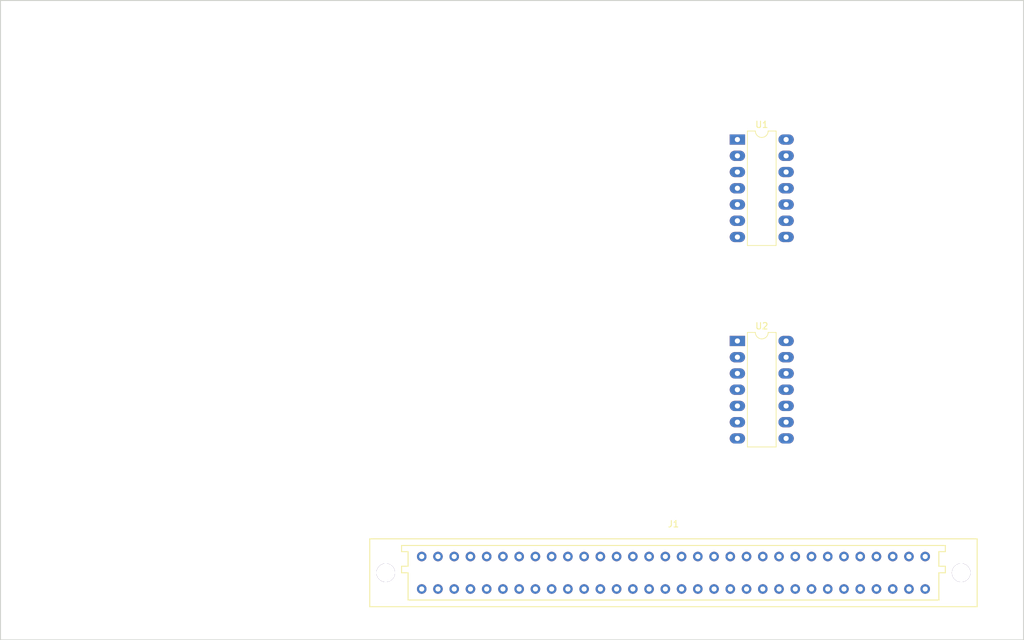
<source format=kicad_pcb>
(kicad_pcb (version 4) (host pcbnew 4.0.7)

  (general
    (links 3)
    (no_connects 3)
    (area 33.924999 27.674999 194.075001 127.825001)
    (thickness 1.6)
    (drawings 4)
    (tracks 0)
    (zones 0)
    (modules 3)
    (nets 4)
  )

  (page A4)
  (layers
    (0 F.Cu signal)
    (31 B.Cu signal)
    (32 B.Adhes user)
    (33 F.Adhes user)
    (34 B.Paste user)
    (35 F.Paste user)
    (36 B.SilkS user)
    (37 F.SilkS user)
    (38 B.Mask user)
    (39 F.Mask user)
    (40 Dwgs.User user)
    (41 Cmts.User user)
    (42 Eco1.User user)
    (43 Eco2.User user)
    (44 Edge.Cuts user)
    (45 Margin user)
    (46 B.CrtYd user)
    (47 F.CrtYd user)
    (48 B.Fab user)
    (49 F.Fab user)
  )

  (setup
    (last_trace_width 0.25)
    (trace_clearance 0.2)
    (zone_clearance 0.508)
    (zone_45_only no)
    (trace_min 0.2)
    (segment_width 0.2)
    (edge_width 0.15)
    (via_size 0.6)
    (via_drill 0.4)
    (via_min_size 0.4)
    (via_min_drill 0.3)
    (uvia_size 0.3)
    (uvia_drill 0.1)
    (uvias_allowed no)
    (uvia_min_size 0.2)
    (uvia_min_drill 0.1)
    (pcb_text_width 0.3)
    (pcb_text_size 1.5 1.5)
    (mod_edge_width 0.15)
    (mod_text_size 1 1)
    (mod_text_width 0.15)
    (pad_size 1.524 1.524)
    (pad_drill 0.762)
    (pad_to_mask_clearance 0.2)
    (aux_axis_origin 0 0)
    (visible_elements 7FFFFFFF)
    (pcbplotparams
      (layerselection 0x00030_80000001)
      (usegerberextensions false)
      (excludeedgelayer true)
      (linewidth 0.100000)
      (plotframeref false)
      (viasonmask false)
      (mode 1)
      (useauxorigin false)
      (hpglpennumber 1)
      (hpglpenspeed 20)
      (hpglpendiameter 15)
      (hpglpenoverlay 2)
      (psnegative false)
      (psa4output false)
      (plotreference true)
      (plotvalue true)
      (plotinvisibletext false)
      (padsonsilk false)
      (subtractmaskfromsilk false)
      (outputformat 1)
      (mirror false)
      (drillshape 1)
      (scaleselection 1)
      (outputdirectory ""))
  )

  (net 0 "")
  (net 1 VSS)
  (net 2 VDD)
  (net 3 "Net-(U1-Pad11)")

  (net_class Default "Dies ist die voreingestellte Netzklasse."
    (clearance 0.2)
    (trace_width 0.25)
    (via_dia 0.6)
    (via_drill 0.4)
    (uvia_dia 0.3)
    (uvia_drill 0.1)
    (add_net "Net-(U1-Pad11)")
    (add_net VDD)
    (add_net VSS)
  )

  (module Connectors_IEC_DIN:Socket_DIN41612-CaseC1-AC-Female-64Pin-2rows (layer F.Cu) (tedit 0) (tstamp 69D2B647)
    (at 139.25 117.25)
    (path /69D2AE93)
    (fp_text reference J1 (at 0 -7.62) (layer F.SilkS)
      (effects (font (size 1 1) (thickness 0.15)))
    )
    (fp_text value C64AC (at 0 7.62) (layer F.Fab)
      (effects (font (size 1 1) (thickness 0.15)))
    )
    (fp_line (start 47.498 -5.3086) (end -47.498 -5.3086) (layer F.SilkS) (width 0.15))
    (fp_line (start -47.498 -5.3086) (end -47.498 5.3086) (layer F.SilkS) (width 0.15))
    (fp_line (start -47.498 5.3086) (end 47.498 5.3086) (layer F.SilkS) (width 0.15))
    (fp_line (start 47.498 5.3086) (end 47.498 -5.3086) (layer F.SilkS) (width 0.15))
    (fp_line (start -41.5036 4.2672) (end 41.5544 4.2672) (layer F.SilkS) (width 0.15))
    (fp_line (start -41.5036 4.2672) (end -41.5036 0) (layer F.SilkS) (width 0.15))
    (fp_line (start -41.5036 0) (end -42.5196 0) (layer F.SilkS) (width 0.15))
    (fp_line (start -42.5196 0) (end -42.5196 -1.016) (layer F.SilkS) (width 0.15))
    (fp_line (start -42.5196 -1.016) (end -41.5036 -1.016) (layer F.SilkS) (width 0.15))
    (fp_line (start -41.5036 -1.016) (end -41.5036 -3.302) (layer F.SilkS) (width 0.15))
    (fp_line (start -41.5036 -3.302) (end -42.5196 -3.302) (layer F.SilkS) (width 0.15))
    (fp_line (start -42.5196 -3.302) (end -42.5196 -4.2672) (layer F.SilkS) (width 0.15))
    (fp_line (start 41.5036 4.2672) (end 41.5036 0) (layer F.SilkS) (width 0.15))
    (fp_line (start 41.5036 0) (end 42.5196 0) (layer F.SilkS) (width 0.15))
    (fp_line (start 42.5196 0) (end 42.5196 -1.016) (layer F.SilkS) (width 0.15))
    (fp_line (start 42.5196 -1.016) (end 41.5036 -1.016) (layer F.SilkS) (width 0.15))
    (fp_line (start 41.5036 -1.016) (end 41.5036 -3.302) (layer F.SilkS) (width 0.15))
    (fp_line (start 41.5036 -3.302) (end 42.5196 -3.302) (layer F.SilkS) (width 0.15))
    (fp_line (start 42.5196 -3.302) (end 42.5196 -4.2672) (layer F.SilkS) (width 0.15))
    (fp_line (start 42.5196 -4.2672) (end -42.5196 -4.2672) (layer F.SilkS) (width 0.15))
    (pad 1c thru_hole circle (at 39.37 2.54 180) (size 1.50114 1.50114) (drill 0.8001) (layers *.Cu *.Mask))
    (pad 2c thru_hole circle (at 36.83 2.54 180) (size 1.50114 1.50114) (drill 0.8001) (layers *.Cu *.Mask))
    (pad 4c thru_hole circle (at 31.75 2.54 180) (size 1.50114 1.50114) (drill 0.8001) (layers *.Cu *.Mask))
    (pad 3c thru_hole circle (at 34.29 2.54 180) (size 1.50114 1.50114) (drill 0.8001) (layers *.Cu *.Mask))
    (pad 5c thru_hole circle (at 29.21 2.54 180) (size 1.50114 1.50114) (drill 0.8001) (layers *.Cu *.Mask))
    (pad 6c thru_hole circle (at 26.67 2.54 180) (size 1.50114 1.50114) (drill 0.8001) (layers *.Cu *.Mask))
    (pad 7c thru_hole circle (at 24.13 2.54 180) (size 1.50114 1.50114) (drill 0.8001) (layers *.Cu *.Mask))
    (pad 8c thru_hole circle (at 21.59 2.54 180) (size 1.50114 1.50114) (drill 0.8001) (layers *.Cu *.Mask))
    (pad 9c thru_hole circle (at 19.05 2.54 180) (size 1.50114 1.50114) (drill 0.8001) (layers *.Cu *.Mask))
    (pad 10c thru_hole circle (at 16.51 2.54 180) (size 1.50114 1.50114) (drill 0.8001) (layers *.Cu *.Mask))
    (pad 11c thru_hole circle (at 13.97 2.54 180) (size 1.50114 1.50114) (drill 0.8001) (layers *.Cu *.Mask))
    (pad 12c thru_hole circle (at 11.43 2.54 180) (size 1.50114 1.50114) (drill 0.8001) (layers *.Cu *.Mask))
    (pad 13c thru_hole circle (at 8.89 2.54 180) (size 1.50114 1.50114) (drill 0.8001) (layers *.Cu *.Mask))
    (pad 14c thru_hole circle (at 6.35 2.54 180) (size 1.50114 1.50114) (drill 0.8001) (layers *.Cu *.Mask))
    (pad 15c thru_hole circle (at 3.81 2.54 180) (size 1.50114 1.50114) (drill 0.8001) (layers *.Cu *.Mask))
    (pad 16c thru_hole circle (at 1.27 2.54 180) (size 1.50114 1.50114) (drill 0.8001) (layers *.Cu *.Mask))
    (pad 17c thru_hole circle (at -1.27 2.54 180) (size 1.50114 1.50114) (drill 0.8001) (layers *.Cu *.Mask))
    (pad 18c thru_hole circle (at -3.81 2.54 180) (size 1.50114 1.50114) (drill 0.8001) (layers *.Cu *.Mask))
    (pad 19c thru_hole circle (at -6.35 2.54 180) (size 1.50114 1.50114) (drill 0.8001) (layers *.Cu *.Mask))
    (pad 20c thru_hole circle (at -8.89 2.54 180) (size 1.50114 1.50114) (drill 0.8001) (layers *.Cu *.Mask))
    (pad 21c thru_hole circle (at -11.43 2.54 180) (size 1.50114 1.50114) (drill 0.8001) (layers *.Cu *.Mask))
    (pad 22c thru_hole circle (at -13.97 2.54 180) (size 1.50114 1.50114) (drill 0.8001) (layers *.Cu *.Mask))
    (pad 23c thru_hole circle (at -16.51 2.54 180) (size 1.50114 1.50114) (drill 0.8001) (layers *.Cu *.Mask))
    (pad 24c thru_hole circle (at -19.05 2.54 180) (size 1.50114 1.50114) (drill 0.8001) (layers *.Cu *.Mask))
    (pad 25c thru_hole circle (at -21.59 2.54 180) (size 1.50114 1.50114) (drill 0.8001) (layers *.Cu *.Mask))
    (pad 26c thru_hole circle (at -24.13 2.54 180) (size 1.50114 1.50114) (drill 0.8001) (layers *.Cu *.Mask))
    (pad 27c thru_hole circle (at -26.67 2.54 180) (size 1.50114 1.50114) (drill 0.8001) (layers *.Cu *.Mask))
    (pad 28c thru_hole circle (at -29.21 2.54 180) (size 1.50114 1.50114) (drill 0.8001) (layers *.Cu *.Mask))
    (pad 29c thru_hole circle (at -31.75 2.54 180) (size 1.50114 1.50114) (drill 0.8001) (layers *.Cu *.Mask))
    (pad 30c thru_hole circle (at -34.29 2.54 180) (size 1.50114 1.50114) (drill 0.8001) (layers *.Cu *.Mask))
    (pad 31c thru_hole circle (at -36.83 2.54 180) (size 1.50114 1.50114) (drill 0.8001) (layers *.Cu *.Mask))
    (pad 32c thru_hole circle (at -39.37 2.54 180) (size 1.50114 1.50114) (drill 0.8001) (layers *.Cu *.Mask))
    (pad 1a thru_hole circle (at 39.37 -2.54 180) (size 1.50114 1.50114) (drill 0.8001) (layers *.Cu *.Mask))
    (pad 2a thru_hole circle (at 36.83 -2.54 180) (size 1.50114 1.50114) (drill 0.8001) (layers *.Cu *.Mask))
    (pad 4a thru_hole circle (at 31.75 -2.54 180) (size 1.50114 1.50114) (drill 0.8001) (layers *.Cu *.Mask))
    (pad 3a thru_hole circle (at 34.29 -2.54 180) (size 1.50114 1.50114) (drill 0.8001) (layers *.Cu *.Mask))
    (pad 5a thru_hole circle (at 29.21 -2.54 180) (size 1.50114 1.50114) (drill 0.8001) (layers *.Cu *.Mask))
    (pad 6a thru_hole circle (at 26.67 -2.54 180) (size 1.50114 1.50114) (drill 0.8001) (layers *.Cu *.Mask))
    (pad 7a thru_hole circle (at 24.13 -2.54 180) (size 1.50114 1.50114) (drill 0.8001) (layers *.Cu *.Mask))
    (pad 8a thru_hole circle (at 21.59 -2.54 180) (size 1.50114 1.50114) (drill 0.8001) (layers *.Cu *.Mask))
    (pad 9a thru_hole circle (at 19.05 -2.54 180) (size 1.50114 1.50114) (drill 0.8001) (layers *.Cu *.Mask))
    (pad 10a thru_hole circle (at 16.51 -2.54 180) (size 1.50114 1.50114) (drill 0.8001) (layers *.Cu *.Mask))
    (pad 11a thru_hole circle (at 13.97 -2.54 180) (size 1.50114 1.50114) (drill 0.8001) (layers *.Cu *.Mask))
    (pad 12a thru_hole circle (at 11.43 -2.54 180) (size 1.50114 1.50114) (drill 0.8001) (layers *.Cu *.Mask))
    (pad 13a thru_hole circle (at 8.89 -2.54 180) (size 1.50114 1.50114) (drill 0.8001) (layers *.Cu *.Mask))
    (pad 14a thru_hole circle (at 6.35 -2.54 180) (size 1.50114 1.50114) (drill 0.8001) (layers *.Cu *.Mask))
    (pad 15a thru_hole circle (at 3.81 -2.54 180) (size 1.50114 1.50114) (drill 0.8001) (layers *.Cu *.Mask))
    (pad 16a thru_hole circle (at 1.27 -2.54 180) (size 1.50114 1.50114) (drill 0.8001) (layers *.Cu *.Mask))
    (pad 17a thru_hole circle (at -1.27 -2.54 180) (size 1.50114 1.50114) (drill 0.8001) (layers *.Cu *.Mask))
    (pad 18a thru_hole circle (at -3.81 -2.54 180) (size 1.50114 1.50114) (drill 0.8001) (layers *.Cu *.Mask))
    (pad 19a thru_hole circle (at -6.35 -2.54 180) (size 1.50114 1.50114) (drill 0.8001) (layers *.Cu *.Mask))
    (pad 20a thru_hole circle (at -8.89 -2.54 180) (size 1.50114 1.50114) (drill 0.8001) (layers *.Cu *.Mask))
    (pad 21a thru_hole circle (at -11.43 -2.54 180) (size 1.50114 1.50114) (drill 0.8001) (layers *.Cu *.Mask))
    (pad 22a thru_hole circle (at -13.97 -2.54 180) (size 1.50114 1.50114) (drill 0.8001) (layers *.Cu *.Mask))
    (pad 23a thru_hole circle (at -16.51 -2.54 180) (size 1.50114 1.50114) (drill 0.8001) (layers *.Cu *.Mask))
    (pad 24a thru_hole circle (at -19.05 -2.54 180) (size 1.50114 1.50114) (drill 0.8001) (layers *.Cu *.Mask))
    (pad 25a thru_hole circle (at -21.59 -2.54 180) (size 1.50114 1.50114) (drill 0.8001) (layers *.Cu *.Mask))
    (pad 26a thru_hole circle (at -24.13 -2.54 180) (size 1.50114 1.50114) (drill 0.8001) (layers *.Cu *.Mask))
    (pad 27a thru_hole circle (at -26.67 -2.54 180) (size 1.50114 1.50114) (drill 0.8001) (layers *.Cu *.Mask))
    (pad 28a thru_hole circle (at -29.21 -2.54 180) (size 1.50114 1.50114) (drill 0.8001) (layers *.Cu *.Mask))
    (pad 29a thru_hole circle (at -31.75 -2.54 180) (size 1.50114 1.50114) (drill 0.8001) (layers *.Cu *.Mask))
    (pad 30a thru_hole circle (at -34.29 -2.54 180) (size 1.50114 1.50114) (drill 0.8001) (layers *.Cu *.Mask))
    (pad 31a thru_hole circle (at -36.83 -2.54 180) (size 1.50114 1.50114) (drill 0.8001) (layers *.Cu *.Mask))
    (pad 32a thru_hole circle (at -39.37 -2.54 180) (size 1.50114 1.50114) (drill 0.8001) (layers *.Cu *.Mask))
    (pad 1 thru_hole circle (at -44.9961 0) (size 2.90068 2.90068) (drill 2.90068) (layers *.Cu *.Mask))
    (pad 1 thru_hole circle (at 44.9961 0) (size 2.90068 2.90068) (drill 2.90068) (layers *.Cu *.Mask))
    (model ${KISYS3DMOD}/Connectors_IEC_DIN.3dshapes/Socket_DIN41612-CaseC1-AC-Female-64Pin-2rows.kicad_mod.wrl
      (at (xyz 0 0 0))
      (scale (xyz 1 1 1))
      (rotate (xyz 0 0 0))
    )
  )

  (module Housings_DIP:DIP-14_W7.62mm_LongPads (layer F.Cu) (tedit 59C78D6B) (tstamp 69D2B659)
    (at 149.25 49.5)
    (descr "14-lead though-hole mounted DIP package, row spacing 7.62 mm (300 mils), LongPads")
    (tags "THT DIP DIL PDIP 2.54mm 7.62mm 300mil LongPads")
    (path /69D2B0D0)
    (fp_text reference U1 (at 3.81 -2.33) (layer F.SilkS)
      (effects (font (size 1 1) (thickness 0.15)))
    )
    (fp_text value 4001 (at 3.81 17.57) (layer F.Fab)
      (effects (font (size 1 1) (thickness 0.15)))
    )
    (fp_arc (start 3.81 -1.33) (end 2.81 -1.33) (angle -180) (layer F.SilkS) (width 0.12))
    (fp_line (start 1.635 -1.27) (end 6.985 -1.27) (layer F.Fab) (width 0.1))
    (fp_line (start 6.985 -1.27) (end 6.985 16.51) (layer F.Fab) (width 0.1))
    (fp_line (start 6.985 16.51) (end 0.635 16.51) (layer F.Fab) (width 0.1))
    (fp_line (start 0.635 16.51) (end 0.635 -0.27) (layer F.Fab) (width 0.1))
    (fp_line (start 0.635 -0.27) (end 1.635 -1.27) (layer F.Fab) (width 0.1))
    (fp_line (start 2.81 -1.33) (end 1.56 -1.33) (layer F.SilkS) (width 0.12))
    (fp_line (start 1.56 -1.33) (end 1.56 16.57) (layer F.SilkS) (width 0.12))
    (fp_line (start 1.56 16.57) (end 6.06 16.57) (layer F.SilkS) (width 0.12))
    (fp_line (start 6.06 16.57) (end 6.06 -1.33) (layer F.SilkS) (width 0.12))
    (fp_line (start 6.06 -1.33) (end 4.81 -1.33) (layer F.SilkS) (width 0.12))
    (fp_line (start -1.45 -1.55) (end -1.45 16.8) (layer F.CrtYd) (width 0.05))
    (fp_line (start -1.45 16.8) (end 9.1 16.8) (layer F.CrtYd) (width 0.05))
    (fp_line (start 9.1 16.8) (end 9.1 -1.55) (layer F.CrtYd) (width 0.05))
    (fp_line (start 9.1 -1.55) (end -1.45 -1.55) (layer F.CrtYd) (width 0.05))
    (fp_text user %R (at 3.81 7.62) (layer F.Fab)
      (effects (font (size 1 1) (thickness 0.15)))
    )
    (pad 1 thru_hole rect (at 0 0) (size 2.4 1.6) (drill 0.8) (layers *.Cu *.Mask))
    (pad 8 thru_hole oval (at 7.62 15.24) (size 2.4 1.6) (drill 0.8) (layers *.Cu *.Mask))
    (pad 2 thru_hole oval (at 0 2.54) (size 2.4 1.6) (drill 0.8) (layers *.Cu *.Mask))
    (pad 9 thru_hole oval (at 7.62 12.7) (size 2.4 1.6) (drill 0.8) (layers *.Cu *.Mask))
    (pad 3 thru_hole oval (at 0 5.08) (size 2.4 1.6) (drill 0.8) (layers *.Cu *.Mask))
    (pad 10 thru_hole oval (at 7.62 10.16) (size 2.4 1.6) (drill 0.8) (layers *.Cu *.Mask))
    (pad 4 thru_hole oval (at 0 7.62) (size 2.4 1.6) (drill 0.8) (layers *.Cu *.Mask))
    (pad 11 thru_hole oval (at 7.62 7.62) (size 2.4 1.6) (drill 0.8) (layers *.Cu *.Mask)
      (net 3 "Net-(U1-Pad11)"))
    (pad 5 thru_hole oval (at 0 10.16) (size 2.4 1.6) (drill 0.8) (layers *.Cu *.Mask))
    (pad 12 thru_hole oval (at 7.62 5.08) (size 2.4 1.6) (drill 0.8) (layers *.Cu *.Mask))
    (pad 6 thru_hole oval (at 0 12.7) (size 2.4 1.6) (drill 0.8) (layers *.Cu *.Mask))
    (pad 13 thru_hole oval (at 7.62 2.54) (size 2.4 1.6) (drill 0.8) (layers *.Cu *.Mask))
    (pad 7 thru_hole oval (at 0 15.24) (size 2.4 1.6) (drill 0.8) (layers *.Cu *.Mask)
      (net 1 VSS))
    (pad 14 thru_hole oval (at 7.62 0) (size 2.4 1.6) (drill 0.8) (layers *.Cu *.Mask)
      (net 2 VDD))
    (model ${KISYS3DMOD}/Housings_DIP.3dshapes/DIP-14_W7.62mm.wrl
      (at (xyz 0 0 0))
      (scale (xyz 1 1 1))
      (rotate (xyz 0 0 0))
    )
  )

  (module Housings_DIP:DIP-14_W7.62mm_LongPads (layer F.Cu) (tedit 59C78D6B) (tstamp 69D2B66B)
    (at 149.25 81)
    (descr "14-lead though-hole mounted DIP package, row spacing 7.62 mm (300 mils), LongPads")
    (tags "THT DIP DIL PDIP 2.54mm 7.62mm 300mil LongPads")
    (path /69D2C934)
    (fp_text reference U2 (at 3.81 -2.33) (layer F.SilkS)
      (effects (font (size 1 1) (thickness 0.15)))
    )
    (fp_text value 4001 (at 3.81 17.57) (layer F.Fab)
      (effects (font (size 1 1) (thickness 0.15)))
    )
    (fp_arc (start 3.81 -1.33) (end 2.81 -1.33) (angle -180) (layer F.SilkS) (width 0.12))
    (fp_line (start 1.635 -1.27) (end 6.985 -1.27) (layer F.Fab) (width 0.1))
    (fp_line (start 6.985 -1.27) (end 6.985 16.51) (layer F.Fab) (width 0.1))
    (fp_line (start 6.985 16.51) (end 0.635 16.51) (layer F.Fab) (width 0.1))
    (fp_line (start 0.635 16.51) (end 0.635 -0.27) (layer F.Fab) (width 0.1))
    (fp_line (start 0.635 -0.27) (end 1.635 -1.27) (layer F.Fab) (width 0.1))
    (fp_line (start 2.81 -1.33) (end 1.56 -1.33) (layer F.SilkS) (width 0.12))
    (fp_line (start 1.56 -1.33) (end 1.56 16.57) (layer F.SilkS) (width 0.12))
    (fp_line (start 1.56 16.57) (end 6.06 16.57) (layer F.SilkS) (width 0.12))
    (fp_line (start 6.06 16.57) (end 6.06 -1.33) (layer F.SilkS) (width 0.12))
    (fp_line (start 6.06 -1.33) (end 4.81 -1.33) (layer F.SilkS) (width 0.12))
    (fp_line (start -1.45 -1.55) (end -1.45 16.8) (layer F.CrtYd) (width 0.05))
    (fp_line (start -1.45 16.8) (end 9.1 16.8) (layer F.CrtYd) (width 0.05))
    (fp_line (start 9.1 16.8) (end 9.1 -1.55) (layer F.CrtYd) (width 0.05))
    (fp_line (start 9.1 -1.55) (end -1.45 -1.55) (layer F.CrtYd) (width 0.05))
    (fp_text user %R (at 3.81 7.62) (layer F.Fab)
      (effects (font (size 1 1) (thickness 0.15)))
    )
    (pad 1 thru_hole rect (at 0 0) (size 2.4 1.6) (drill 0.8) (layers *.Cu *.Mask)
      (net 3 "Net-(U1-Pad11)"))
    (pad 8 thru_hole oval (at 7.62 15.24) (size 2.4 1.6) (drill 0.8) (layers *.Cu *.Mask))
    (pad 2 thru_hole oval (at 0 2.54) (size 2.4 1.6) (drill 0.8) (layers *.Cu *.Mask))
    (pad 9 thru_hole oval (at 7.62 12.7) (size 2.4 1.6) (drill 0.8) (layers *.Cu *.Mask))
    (pad 3 thru_hole oval (at 0 5.08) (size 2.4 1.6) (drill 0.8) (layers *.Cu *.Mask))
    (pad 10 thru_hole oval (at 7.62 10.16) (size 2.4 1.6) (drill 0.8) (layers *.Cu *.Mask))
    (pad 4 thru_hole oval (at 0 7.62) (size 2.4 1.6) (drill 0.8) (layers *.Cu *.Mask))
    (pad 11 thru_hole oval (at 7.62 7.62) (size 2.4 1.6) (drill 0.8) (layers *.Cu *.Mask))
    (pad 5 thru_hole oval (at 0 10.16) (size 2.4 1.6) (drill 0.8) (layers *.Cu *.Mask))
    (pad 12 thru_hole oval (at 7.62 5.08) (size 2.4 1.6) (drill 0.8) (layers *.Cu *.Mask))
    (pad 6 thru_hole oval (at 0 12.7) (size 2.4 1.6) (drill 0.8) (layers *.Cu *.Mask))
    (pad 13 thru_hole oval (at 7.62 2.54) (size 2.4 1.6) (drill 0.8) (layers *.Cu *.Mask))
    (pad 7 thru_hole oval (at 0 15.24) (size 2.4 1.6) (drill 0.8) (layers *.Cu *.Mask)
      (net 1 VSS))
    (pad 14 thru_hole oval (at 7.62 0) (size 2.4 1.6) (drill 0.8) (layers *.Cu *.Mask)
      (net 2 VDD))
    (model ${KISYS3DMOD}/Housings_DIP.3dshapes/DIP-14_W7.62mm.wrl
      (at (xyz 0 0 0))
      (scale (xyz 1 1 1))
      (rotate (xyz 0 0 0))
    )
  )

  (gr_line (start 34 127.75) (end 34 27.75) (angle 90) (layer Edge.Cuts) (width 0.15))
  (gr_line (start 194 127.75) (end 34 127.75) (angle 90) (layer Edge.Cuts) (width 0.15))
  (gr_line (start 194 27.75) (end 194 127.75) (angle 90) (layer Edge.Cuts) (width 0.15))
  (gr_line (start 34 27.75) (end 194 27.75) (angle 90) (layer Edge.Cuts) (width 0.15))

)

</source>
